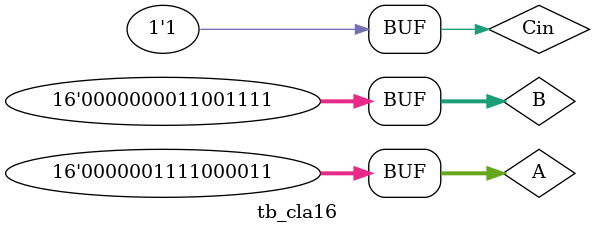
<source format=v>
`timescale 1ns / 1ps

module tb_cla16;
	reg [15:0] A;
	reg [15:0] B;
	reg Cin;

	wire [15:0] sum;
	wire Cout;

	cla16 unit (
		.A(A), 
		.B(B), 
		.Cin(Cin), 
		.sum(sum),
		.Cout(Cout)
	);

	initial begin
		A = 16'b1111111100000000;
		B = 16'b0000000011111111;
		Cin = 1'b0;
		#50;
		A = 16'b1111111100000000;
		B = 16'b0000000011111111;
		Cin = 1'b1;
		#50;
		A = 16'b0000001111000011;
		B = 16'b0000000011001111;
		Cin = 1'b1;
		#50;
	end
endmodule


</source>
